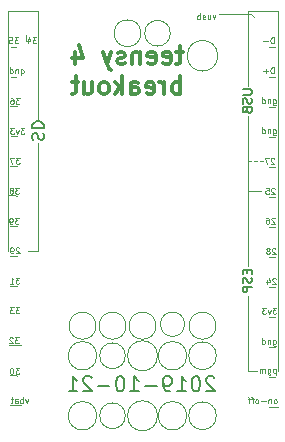
<source format=gbo>
G04 #@! TF.GenerationSoftware,KiCad,Pcbnew,(5.1.10)-1*
G04 #@! TF.CreationDate,2022-03-14T22:22:12+09:00*
G04 #@! TF.ProjectId,teensy4_header_breakout,7465656e-7379-4345-9f68-65616465725f,rev?*
G04 #@! TF.SameCoordinates,Original*
G04 #@! TF.FileFunction,Legend,Bot*
G04 #@! TF.FilePolarity,Positive*
%FSLAX46Y46*%
G04 Gerber Fmt 4.6, Leading zero omitted, Abs format (unit mm)*
G04 Created by KiCad (PCBNEW (5.1.10)-1) date 2022-03-14 22:22:12*
%MOMM*%
%LPD*%
G01*
G04 APERTURE LIST*
%ADD10C,0.120000*%
%ADD11C,0.076200*%
%ADD12C,0.127000*%
%ADD13C,0.150000*%
%ADD14C,0.203200*%
%ADD15C,0.300000*%
%ADD16C,1.505600*%
%ADD17C,1.405600*%
%ADD18C,0.905600*%
%ADD19O,1.801600X1.801600*%
%ADD20C,1.801600*%
G04 APERTURE END LIST*
D10*
X149809200Y-88061800D02*
X148793200Y-88061800D01*
X149860000Y-93116400D02*
X148793200Y-93116400D01*
X149834600Y-95656400D02*
X148742400Y-95631000D01*
X149885400Y-98221800D02*
X148767800Y-98221800D01*
X149860000Y-100761800D02*
X148793200Y-100761800D01*
X149860000Y-103276400D02*
X148767800Y-103276400D01*
X148717000Y-108331000D02*
X149860000Y-108331000D01*
X148793200Y-110871000D02*
X149860000Y-110896400D01*
X148767800Y-113385600D02*
X149910800Y-113385600D01*
D11*
X150331714Y-112895742D02*
X150210761Y-113234409D01*
X150089809Y-112895742D01*
X149896285Y-113234409D02*
X149896285Y-112726409D01*
X149896285Y-112919933D02*
X149847904Y-112895742D01*
X149751142Y-112895742D01*
X149702761Y-112919933D01*
X149678571Y-112944123D01*
X149654380Y-112992504D01*
X149654380Y-113137647D01*
X149678571Y-113186028D01*
X149702761Y-113210219D01*
X149751142Y-113234409D01*
X149847904Y-113234409D01*
X149896285Y-113210219D01*
X149218952Y-113234409D02*
X149218952Y-112968314D01*
X149243142Y-112919933D01*
X149291523Y-112895742D01*
X149388285Y-112895742D01*
X149436666Y-112919933D01*
X149218952Y-113210219D02*
X149267333Y-113234409D01*
X149388285Y-113234409D01*
X149436666Y-113210219D01*
X149460857Y-113161838D01*
X149460857Y-113113457D01*
X149436666Y-113065076D01*
X149388285Y-113040885D01*
X149267333Y-113040885D01*
X149218952Y-113016695D01*
X149049619Y-112895742D02*
X148856095Y-112895742D01*
X148977047Y-112726409D02*
X148977047Y-113161838D01*
X148952857Y-113210219D01*
X148904476Y-113234409D01*
X148856095Y-113234409D01*
X149585438Y-110262609D02*
X149270961Y-110262609D01*
X149440295Y-110456133D01*
X149367723Y-110456133D01*
X149319342Y-110480323D01*
X149295152Y-110504514D01*
X149270961Y-110552895D01*
X149270961Y-110673847D01*
X149295152Y-110722228D01*
X149319342Y-110746419D01*
X149367723Y-110770609D01*
X149512866Y-110770609D01*
X149561247Y-110746419D01*
X149585438Y-110722228D01*
X148956485Y-110262609D02*
X148908104Y-110262609D01*
X148859723Y-110286800D01*
X148835533Y-110310990D01*
X148811342Y-110359371D01*
X148787152Y-110456133D01*
X148787152Y-110577085D01*
X148811342Y-110673847D01*
X148835533Y-110722228D01*
X148859723Y-110746419D01*
X148908104Y-110770609D01*
X148956485Y-110770609D01*
X149004866Y-110746419D01*
X149029057Y-110722228D01*
X149053247Y-110673847D01*
X149077438Y-110577085D01*
X149077438Y-110456133D01*
X149053247Y-110359371D01*
X149029057Y-110310990D01*
X149004866Y-110286800D01*
X148956485Y-110262609D01*
X149534638Y-107671809D02*
X149220161Y-107671809D01*
X149389495Y-107865333D01*
X149316923Y-107865333D01*
X149268542Y-107889523D01*
X149244352Y-107913714D01*
X149220161Y-107962095D01*
X149220161Y-108083047D01*
X149244352Y-108131428D01*
X149268542Y-108155619D01*
X149316923Y-108179809D01*
X149462066Y-108179809D01*
X149510447Y-108155619D01*
X149534638Y-108131428D01*
X149026638Y-107720190D02*
X149002447Y-107696000D01*
X148954066Y-107671809D01*
X148833114Y-107671809D01*
X148784733Y-107696000D01*
X148760542Y-107720190D01*
X148736352Y-107768571D01*
X148736352Y-107816952D01*
X148760542Y-107889523D01*
X149050828Y-108179809D01*
X148736352Y-108179809D01*
X149585438Y-105131809D02*
X149270961Y-105131809D01*
X149440295Y-105325333D01*
X149367723Y-105325333D01*
X149319342Y-105349523D01*
X149295152Y-105373714D01*
X149270961Y-105422095D01*
X149270961Y-105543047D01*
X149295152Y-105591428D01*
X149319342Y-105615619D01*
X149367723Y-105639809D01*
X149512866Y-105639809D01*
X149561247Y-105615619D01*
X149585438Y-105591428D01*
X149101628Y-105131809D02*
X148787152Y-105131809D01*
X148956485Y-105325333D01*
X148883914Y-105325333D01*
X148835533Y-105349523D01*
X148811342Y-105373714D01*
X148787152Y-105422095D01*
X148787152Y-105543047D01*
X148811342Y-105591428D01*
X148835533Y-105615619D01*
X148883914Y-105639809D01*
X149029057Y-105639809D01*
X149077438Y-105615619D01*
X149101628Y-105591428D01*
X149585438Y-102617209D02*
X149270961Y-102617209D01*
X149440295Y-102810733D01*
X149367723Y-102810733D01*
X149319342Y-102834923D01*
X149295152Y-102859114D01*
X149270961Y-102907495D01*
X149270961Y-103028447D01*
X149295152Y-103076828D01*
X149319342Y-103101019D01*
X149367723Y-103125209D01*
X149512866Y-103125209D01*
X149561247Y-103101019D01*
X149585438Y-103076828D01*
X148787152Y-103125209D02*
X149077438Y-103125209D01*
X148932295Y-103125209D02*
X148932295Y-102617209D01*
X148980676Y-102689780D01*
X149029057Y-102738161D01*
X149077438Y-102762352D01*
X149586647Y-100100190D02*
X149562457Y-100076000D01*
X149514076Y-100051809D01*
X149393123Y-100051809D01*
X149344742Y-100076000D01*
X149320552Y-100100190D01*
X149296361Y-100148571D01*
X149296361Y-100196952D01*
X149320552Y-100269523D01*
X149610838Y-100559809D01*
X149296361Y-100559809D01*
X149054457Y-100559809D02*
X148957695Y-100559809D01*
X148909314Y-100535619D01*
X148885123Y-100511428D01*
X148836742Y-100438857D01*
X148812552Y-100342095D01*
X148812552Y-100148571D01*
X148836742Y-100100190D01*
X148860933Y-100076000D01*
X148909314Y-100051809D01*
X149006076Y-100051809D01*
X149054457Y-100076000D01*
X149078647Y-100100190D01*
X149102838Y-100148571D01*
X149102838Y-100269523D01*
X149078647Y-100317904D01*
X149054457Y-100342095D01*
X149006076Y-100366285D01*
X148909314Y-100366285D01*
X148860933Y-100342095D01*
X148836742Y-100317904D01*
X148812552Y-100269523D01*
X149534638Y-97562609D02*
X149220161Y-97562609D01*
X149389495Y-97756133D01*
X149316923Y-97756133D01*
X149268542Y-97780323D01*
X149244352Y-97804514D01*
X149220161Y-97852895D01*
X149220161Y-97973847D01*
X149244352Y-98022228D01*
X149268542Y-98046419D01*
X149316923Y-98070609D01*
X149462066Y-98070609D01*
X149510447Y-98046419D01*
X149534638Y-98022228D01*
X148978257Y-98070609D02*
X148881495Y-98070609D01*
X148833114Y-98046419D01*
X148808923Y-98022228D01*
X148760542Y-97949657D01*
X148736352Y-97852895D01*
X148736352Y-97659371D01*
X148760542Y-97610990D01*
X148784733Y-97586800D01*
X148833114Y-97562609D01*
X148929876Y-97562609D01*
X148978257Y-97586800D01*
X149002447Y-97610990D01*
X149026638Y-97659371D01*
X149026638Y-97780323D01*
X149002447Y-97828704D01*
X148978257Y-97852895D01*
X148929876Y-97877085D01*
X148833114Y-97877085D01*
X148784733Y-97852895D01*
X148760542Y-97828704D01*
X148736352Y-97780323D01*
X149560038Y-94997209D02*
X149245561Y-94997209D01*
X149414895Y-95190733D01*
X149342323Y-95190733D01*
X149293942Y-95214923D01*
X149269752Y-95239114D01*
X149245561Y-95287495D01*
X149245561Y-95408447D01*
X149269752Y-95456828D01*
X149293942Y-95481019D01*
X149342323Y-95505209D01*
X149487466Y-95505209D01*
X149535847Y-95481019D01*
X149560038Y-95456828D01*
X148955276Y-95214923D02*
X149003657Y-95190733D01*
X149027847Y-95166542D01*
X149052038Y-95118161D01*
X149052038Y-95093971D01*
X149027847Y-95045590D01*
X149003657Y-95021400D01*
X148955276Y-94997209D01*
X148858514Y-94997209D01*
X148810133Y-95021400D01*
X148785942Y-95045590D01*
X148761752Y-95093971D01*
X148761752Y-95118161D01*
X148785942Y-95166542D01*
X148810133Y-95190733D01*
X148858514Y-95214923D01*
X148955276Y-95214923D01*
X149003657Y-95239114D01*
X149027847Y-95263304D01*
X149052038Y-95311685D01*
X149052038Y-95408447D01*
X149027847Y-95456828D01*
X149003657Y-95481019D01*
X148955276Y-95505209D01*
X148858514Y-95505209D01*
X148810133Y-95481019D01*
X148785942Y-95456828D01*
X148761752Y-95408447D01*
X148761752Y-95311685D01*
X148785942Y-95263304D01*
X148810133Y-95239114D01*
X148858514Y-95214923D01*
X149610838Y-92457209D02*
X149296361Y-92457209D01*
X149465695Y-92650733D01*
X149393123Y-92650733D01*
X149344742Y-92674923D01*
X149320552Y-92699114D01*
X149296361Y-92747495D01*
X149296361Y-92868447D01*
X149320552Y-92916828D01*
X149344742Y-92941019D01*
X149393123Y-92965209D01*
X149538266Y-92965209D01*
X149586647Y-92941019D01*
X149610838Y-92916828D01*
X149127028Y-92457209D02*
X148788361Y-92457209D01*
X149006076Y-92965209D01*
D10*
X149860000Y-90627200D02*
X148844000Y-90627200D01*
D11*
X150007561Y-89942609D02*
X149693085Y-89942609D01*
X149862419Y-90136133D01*
X149789847Y-90136133D01*
X149741466Y-90160323D01*
X149717276Y-90184514D01*
X149693085Y-90232895D01*
X149693085Y-90353847D01*
X149717276Y-90402228D01*
X149741466Y-90426419D01*
X149789847Y-90450609D01*
X149934990Y-90450609D01*
X149983371Y-90426419D01*
X150007561Y-90402228D01*
X149523752Y-90111942D02*
X149402800Y-90450609D01*
X149281847Y-90111942D01*
X149136704Y-89942609D02*
X148822228Y-89942609D01*
X148991561Y-90136133D01*
X148918990Y-90136133D01*
X148870609Y-90160323D01*
X148846419Y-90184514D01*
X148822228Y-90232895D01*
X148822228Y-90353847D01*
X148846419Y-90402228D01*
X148870609Y-90426419D01*
X148918990Y-90450609D01*
X149064133Y-90450609D01*
X149112514Y-90426419D01*
X149136704Y-90402228D01*
X149610838Y-87402609D02*
X149296361Y-87402609D01*
X149465695Y-87596133D01*
X149393123Y-87596133D01*
X149344742Y-87620323D01*
X149320552Y-87644514D01*
X149296361Y-87692895D01*
X149296361Y-87813847D01*
X149320552Y-87862228D01*
X149344742Y-87886419D01*
X149393123Y-87910609D01*
X149538266Y-87910609D01*
X149586647Y-87886419D01*
X149610838Y-87862228D01*
X148860933Y-87402609D02*
X148957695Y-87402609D01*
X149006076Y-87426800D01*
X149030266Y-87450990D01*
X149078647Y-87523561D01*
X149102838Y-87620323D01*
X149102838Y-87813847D01*
X149078647Y-87862228D01*
X149054457Y-87886419D01*
X149006076Y-87910609D01*
X148909314Y-87910609D01*
X148860933Y-87886419D01*
X148836742Y-87862228D01*
X148812552Y-87813847D01*
X148812552Y-87692895D01*
X148836742Y-87644514D01*
X148860933Y-87620323D01*
X148909314Y-87596133D01*
X149006076Y-87596133D01*
X149054457Y-87620323D01*
X149078647Y-87644514D01*
X149102838Y-87692895D01*
D10*
X148844000Y-85598000D02*
X149860000Y-85598000D01*
X150114000Y-82550000D02*
X150114000Y-81788000D01*
X148844000Y-83058000D02*
X149860000Y-83058000D01*
D11*
X151033238Y-82271809D02*
X150718761Y-82271809D01*
X150888095Y-82465333D01*
X150815523Y-82465333D01*
X150767142Y-82489523D01*
X150742952Y-82513714D01*
X150718761Y-82562095D01*
X150718761Y-82683047D01*
X150742952Y-82731428D01*
X150767142Y-82755619D01*
X150815523Y-82779809D01*
X150960666Y-82779809D01*
X151009047Y-82755619D01*
X151033238Y-82731428D01*
X150283333Y-82441142D02*
X150283333Y-82779809D01*
X150404285Y-82247619D02*
X150525238Y-82610476D01*
X150210761Y-82610476D01*
X149509238Y-82271809D02*
X149194761Y-82271809D01*
X149364095Y-82465333D01*
X149291523Y-82465333D01*
X149243142Y-82489523D01*
X149218952Y-82513714D01*
X149194761Y-82562095D01*
X149194761Y-82683047D01*
X149218952Y-82731428D01*
X149243142Y-82755619D01*
X149291523Y-82779809D01*
X149436666Y-82779809D01*
X149485047Y-82755619D01*
X149509238Y-82731428D01*
X148735142Y-82271809D02*
X148977047Y-82271809D01*
X149001238Y-82513714D01*
X148977047Y-82489523D01*
X148928666Y-82465333D01*
X148807714Y-82465333D01*
X148759333Y-82489523D01*
X148735142Y-82513714D01*
X148710952Y-82562095D01*
X148710952Y-82683047D01*
X148735142Y-82731428D01*
X148759333Y-82755619D01*
X148807714Y-82779809D01*
X148928666Y-82779809D01*
X148977047Y-82755619D01*
X149001238Y-82731428D01*
X149702761Y-84981142D02*
X149702761Y-85392380D01*
X149726952Y-85440761D01*
X149751142Y-85464952D01*
X149799523Y-85489142D01*
X149872095Y-85489142D01*
X149920476Y-85464952D01*
X149702761Y-85295619D02*
X149751142Y-85319809D01*
X149847904Y-85319809D01*
X149896285Y-85295619D01*
X149920476Y-85271428D01*
X149944666Y-85223047D01*
X149944666Y-85077904D01*
X149920476Y-85029523D01*
X149896285Y-85005333D01*
X149847904Y-84981142D01*
X149751142Y-84981142D01*
X149702761Y-85005333D01*
X149460857Y-84981142D02*
X149460857Y-85319809D01*
X149460857Y-85029523D02*
X149436666Y-85005333D01*
X149388285Y-84981142D01*
X149315714Y-84981142D01*
X149267333Y-85005333D01*
X149243142Y-85053714D01*
X149243142Y-85319809D01*
X148783523Y-85319809D02*
X148783523Y-84811809D01*
X148783523Y-85295619D02*
X148831904Y-85319809D01*
X148928666Y-85319809D01*
X148977047Y-85295619D01*
X149001238Y-85271428D01*
X149025428Y-85223047D01*
X149025428Y-85077904D01*
X149001238Y-85029523D01*
X148977047Y-85005333D01*
X148928666Y-84981142D01*
X148831904Y-84981142D01*
X148783523Y-85005333D01*
D10*
X169164000Y-80264000D02*
X169672000Y-80772000D01*
X166497000Y-80264000D02*
X169164000Y-80264000D01*
X171196000Y-108458000D02*
X170180000Y-108458000D01*
X171450000Y-113538000D02*
X170688000Y-113538000D01*
X171196000Y-110998000D02*
X170180000Y-110998000D01*
X171196000Y-105918000D02*
X170180000Y-105918000D01*
X171196000Y-103378000D02*
X170180000Y-103378000D01*
X171196000Y-100838000D02*
X170180000Y-100838000D01*
X171196000Y-98298000D02*
X170180000Y-98298000D01*
X171196000Y-95758000D02*
X170180000Y-95758000D01*
X171196000Y-93218000D02*
X170180000Y-93218000D01*
X171196000Y-90678000D02*
X170180000Y-90678000D01*
X171196000Y-88138000D02*
X170180000Y-88138000D01*
X171196000Y-85598000D02*
X170180000Y-85598000D01*
X171196000Y-83058000D02*
X170180000Y-83058000D01*
D11*
X166190990Y-80409142D02*
X166070038Y-80747809D01*
X165949085Y-80409142D01*
X165537847Y-80409142D02*
X165537847Y-80747809D01*
X165755561Y-80409142D02*
X165755561Y-80675238D01*
X165731371Y-80723619D01*
X165682990Y-80747809D01*
X165610419Y-80747809D01*
X165562038Y-80723619D01*
X165537847Y-80699428D01*
X165320133Y-80723619D02*
X165271752Y-80747809D01*
X165174990Y-80747809D01*
X165126609Y-80723619D01*
X165102419Y-80675238D01*
X165102419Y-80651047D01*
X165126609Y-80602666D01*
X165174990Y-80578476D01*
X165247561Y-80578476D01*
X165295942Y-80554285D01*
X165320133Y-80505904D01*
X165320133Y-80481714D01*
X165295942Y-80433333D01*
X165247561Y-80409142D01*
X165174990Y-80409142D01*
X165126609Y-80433333D01*
X164884704Y-80747809D02*
X164884704Y-80239809D01*
X164884704Y-80433333D02*
X164836323Y-80409142D01*
X164739561Y-80409142D01*
X164691180Y-80433333D01*
X164666990Y-80457523D01*
X164642800Y-80505904D01*
X164642800Y-80651047D01*
X164666990Y-80699428D01*
X164691180Y-80723619D01*
X164739561Y-80747809D01*
X164836323Y-80747809D01*
X164884704Y-80723619D01*
X171135523Y-82779809D02*
X171135523Y-82271809D01*
X171014571Y-82271809D01*
X170942000Y-82296000D01*
X170893619Y-82344380D01*
X170869428Y-82392761D01*
X170845238Y-82489523D01*
X170845238Y-82562095D01*
X170869428Y-82658857D01*
X170893619Y-82707238D01*
X170942000Y-82755619D01*
X171014571Y-82779809D01*
X171135523Y-82779809D01*
X170627523Y-82586285D02*
X170240476Y-82586285D01*
X171135523Y-85319809D02*
X171135523Y-84811809D01*
X171014571Y-84811809D01*
X170942000Y-84836000D01*
X170893619Y-84884380D01*
X170869428Y-84932761D01*
X170845238Y-85029523D01*
X170845238Y-85102095D01*
X170869428Y-85198857D01*
X170893619Y-85247238D01*
X170942000Y-85295619D01*
X171014571Y-85319809D01*
X171135523Y-85319809D01*
X170627523Y-85126285D02*
X170240476Y-85126285D01*
X170434000Y-85319809D02*
X170434000Y-84932761D01*
X171064161Y-90061142D02*
X171064161Y-90472380D01*
X171088352Y-90520761D01*
X171112542Y-90544952D01*
X171160923Y-90569142D01*
X171233495Y-90569142D01*
X171281876Y-90544952D01*
X171064161Y-90375619D02*
X171112542Y-90399809D01*
X171209304Y-90399809D01*
X171257685Y-90375619D01*
X171281876Y-90351428D01*
X171306066Y-90303047D01*
X171306066Y-90157904D01*
X171281876Y-90109523D01*
X171257685Y-90085333D01*
X171209304Y-90061142D01*
X171112542Y-90061142D01*
X171064161Y-90085333D01*
X170822257Y-90061142D02*
X170822257Y-90399809D01*
X170822257Y-90109523D02*
X170798066Y-90085333D01*
X170749685Y-90061142D01*
X170677114Y-90061142D01*
X170628733Y-90085333D01*
X170604542Y-90133714D01*
X170604542Y-90399809D01*
X170144923Y-90399809D02*
X170144923Y-89891809D01*
X170144923Y-90375619D02*
X170193304Y-90399809D01*
X170290066Y-90399809D01*
X170338447Y-90375619D01*
X170362638Y-90351428D01*
X170386828Y-90303047D01*
X170386828Y-90157904D01*
X170362638Y-90109523D01*
X170338447Y-90085333D01*
X170290066Y-90061142D01*
X170193304Y-90061142D01*
X170144923Y-90085333D01*
X171064161Y-87521142D02*
X171064161Y-87932380D01*
X171088352Y-87980761D01*
X171112542Y-88004952D01*
X171160923Y-88029142D01*
X171233495Y-88029142D01*
X171281876Y-88004952D01*
X171064161Y-87835619D02*
X171112542Y-87859809D01*
X171209304Y-87859809D01*
X171257685Y-87835619D01*
X171281876Y-87811428D01*
X171306066Y-87763047D01*
X171306066Y-87617904D01*
X171281876Y-87569523D01*
X171257685Y-87545333D01*
X171209304Y-87521142D01*
X171112542Y-87521142D01*
X171064161Y-87545333D01*
X170822257Y-87521142D02*
X170822257Y-87859809D01*
X170822257Y-87569523D02*
X170798066Y-87545333D01*
X170749685Y-87521142D01*
X170677114Y-87521142D01*
X170628733Y-87545333D01*
X170604542Y-87593714D01*
X170604542Y-87859809D01*
X170144923Y-87859809D02*
X170144923Y-87351809D01*
X170144923Y-87835619D02*
X170193304Y-87859809D01*
X170290066Y-87859809D01*
X170338447Y-87835619D01*
X170362638Y-87811428D01*
X170386828Y-87763047D01*
X170386828Y-87617904D01*
X170362638Y-87569523D01*
X170338447Y-87545333D01*
X170290066Y-87521142D01*
X170193304Y-87521142D01*
X170144923Y-87545333D01*
X171280666Y-113259809D02*
X171329047Y-113235619D01*
X171353238Y-113211428D01*
X171377428Y-113163047D01*
X171377428Y-113017904D01*
X171353238Y-112969523D01*
X171329047Y-112945333D01*
X171280666Y-112921142D01*
X171208095Y-112921142D01*
X171159714Y-112945333D01*
X171135523Y-112969523D01*
X171111333Y-113017904D01*
X171111333Y-113163047D01*
X171135523Y-113211428D01*
X171159714Y-113235619D01*
X171208095Y-113259809D01*
X171280666Y-113259809D01*
X170893619Y-112921142D02*
X170893619Y-113259809D01*
X170893619Y-112969523D02*
X170869428Y-112945333D01*
X170821047Y-112921142D01*
X170748476Y-112921142D01*
X170700095Y-112945333D01*
X170675904Y-112993714D01*
X170675904Y-113259809D01*
X170434000Y-113066285D02*
X170046952Y-113066285D01*
X169732476Y-113259809D02*
X169780857Y-113235619D01*
X169805047Y-113211428D01*
X169829238Y-113163047D01*
X169829238Y-113017904D01*
X169805047Y-112969523D01*
X169780857Y-112945333D01*
X169732476Y-112921142D01*
X169659904Y-112921142D01*
X169611523Y-112945333D01*
X169587333Y-112969523D01*
X169563142Y-113017904D01*
X169563142Y-113163047D01*
X169587333Y-113211428D01*
X169611523Y-113235619D01*
X169659904Y-113259809D01*
X169732476Y-113259809D01*
X169418000Y-112921142D02*
X169224476Y-112921142D01*
X169345428Y-113259809D02*
X169345428Y-112824380D01*
X169321238Y-112776000D01*
X169272857Y-112751809D01*
X169224476Y-112751809D01*
X169127714Y-112921142D02*
X168934190Y-112921142D01*
X169055142Y-113259809D02*
X169055142Y-112824380D01*
X169030952Y-112776000D01*
X168982571Y-112751809D01*
X168934190Y-112751809D01*
X171289133Y-110304942D02*
X171289133Y-110812942D01*
X171289133Y-110329133D02*
X171240752Y-110304942D01*
X171143990Y-110304942D01*
X171095609Y-110329133D01*
X171071419Y-110353323D01*
X171047228Y-110401704D01*
X171047228Y-110546847D01*
X171071419Y-110595228D01*
X171095609Y-110619419D01*
X171143990Y-110643609D01*
X171240752Y-110643609D01*
X171289133Y-110619419D01*
X170611800Y-110304942D02*
X170611800Y-110716180D01*
X170635990Y-110764561D01*
X170660180Y-110788752D01*
X170708561Y-110812942D01*
X170781133Y-110812942D01*
X170829514Y-110788752D01*
X170611800Y-110619419D02*
X170660180Y-110643609D01*
X170756942Y-110643609D01*
X170805323Y-110619419D01*
X170829514Y-110595228D01*
X170853704Y-110546847D01*
X170853704Y-110401704D01*
X170829514Y-110353323D01*
X170805323Y-110329133D01*
X170756942Y-110304942D01*
X170660180Y-110304942D01*
X170611800Y-110329133D01*
X170369895Y-110643609D02*
X170369895Y-110304942D01*
X170369895Y-110353323D02*
X170345704Y-110329133D01*
X170297323Y-110304942D01*
X170224752Y-110304942D01*
X170176371Y-110329133D01*
X170152180Y-110377514D01*
X170152180Y-110643609D01*
X170152180Y-110377514D02*
X170127990Y-110329133D01*
X170079609Y-110304942D01*
X170007038Y-110304942D01*
X169958657Y-110329133D01*
X169934466Y-110377514D01*
X169934466Y-110643609D01*
X171064161Y-107891942D02*
X171064161Y-108303180D01*
X171088352Y-108351561D01*
X171112542Y-108375752D01*
X171160923Y-108399942D01*
X171233495Y-108399942D01*
X171281876Y-108375752D01*
X171064161Y-108206419D02*
X171112542Y-108230609D01*
X171209304Y-108230609D01*
X171257685Y-108206419D01*
X171281876Y-108182228D01*
X171306066Y-108133847D01*
X171306066Y-107988704D01*
X171281876Y-107940323D01*
X171257685Y-107916133D01*
X171209304Y-107891942D01*
X171112542Y-107891942D01*
X171064161Y-107916133D01*
X170822257Y-107891942D02*
X170822257Y-108230609D01*
X170822257Y-107940323D02*
X170798066Y-107916133D01*
X170749685Y-107891942D01*
X170677114Y-107891942D01*
X170628733Y-107916133D01*
X170604542Y-107964514D01*
X170604542Y-108230609D01*
X170144923Y-108230609D02*
X170144923Y-107722609D01*
X170144923Y-108206419D02*
X170193304Y-108230609D01*
X170290066Y-108230609D01*
X170338447Y-108206419D01*
X170362638Y-108182228D01*
X170386828Y-108133847D01*
X170386828Y-107988704D01*
X170362638Y-107940323D01*
X170338447Y-107916133D01*
X170290066Y-107891942D01*
X170193304Y-107891942D01*
X170144923Y-107916133D01*
X171343561Y-105157209D02*
X171029085Y-105157209D01*
X171198419Y-105350733D01*
X171125847Y-105350733D01*
X171077466Y-105374923D01*
X171053276Y-105399114D01*
X171029085Y-105447495D01*
X171029085Y-105568447D01*
X171053276Y-105616828D01*
X171077466Y-105641019D01*
X171125847Y-105665209D01*
X171270990Y-105665209D01*
X171319371Y-105641019D01*
X171343561Y-105616828D01*
X170859752Y-105326542D02*
X170738800Y-105665209D01*
X170617847Y-105326542D01*
X170472704Y-105157209D02*
X170158228Y-105157209D01*
X170327561Y-105350733D01*
X170254990Y-105350733D01*
X170206609Y-105374923D01*
X170182419Y-105399114D01*
X170158228Y-105447495D01*
X170158228Y-105568447D01*
X170182419Y-105616828D01*
X170206609Y-105641019D01*
X170254990Y-105665209D01*
X170400133Y-105665209D01*
X170448514Y-105641019D01*
X170472704Y-105616828D01*
X171303647Y-102690990D02*
X171279457Y-102666800D01*
X171231076Y-102642609D01*
X171110123Y-102642609D01*
X171061742Y-102666800D01*
X171037552Y-102690990D01*
X171013361Y-102739371D01*
X171013361Y-102787752D01*
X171037552Y-102860323D01*
X171327838Y-103150609D01*
X171013361Y-103150609D01*
X170577933Y-102811942D02*
X170577933Y-103150609D01*
X170698885Y-102618419D02*
X170819838Y-102981276D01*
X170505361Y-102981276D01*
X171278247Y-100150990D02*
X171254057Y-100126800D01*
X171205676Y-100102609D01*
X171084723Y-100102609D01*
X171036342Y-100126800D01*
X171012152Y-100150990D01*
X170987961Y-100199371D01*
X170987961Y-100247752D01*
X171012152Y-100320323D01*
X171302438Y-100610609D01*
X170987961Y-100610609D01*
X170697676Y-100320323D02*
X170746057Y-100296133D01*
X170770247Y-100271942D01*
X170794438Y-100223561D01*
X170794438Y-100199371D01*
X170770247Y-100150990D01*
X170746057Y-100126800D01*
X170697676Y-100102609D01*
X170600914Y-100102609D01*
X170552533Y-100126800D01*
X170528342Y-100150990D01*
X170504152Y-100199371D01*
X170504152Y-100223561D01*
X170528342Y-100271942D01*
X170552533Y-100296133D01*
X170600914Y-100320323D01*
X170697676Y-100320323D01*
X170746057Y-100344514D01*
X170770247Y-100368704D01*
X170794438Y-100417085D01*
X170794438Y-100513847D01*
X170770247Y-100562228D01*
X170746057Y-100586419D01*
X170697676Y-100610609D01*
X170600914Y-100610609D01*
X170552533Y-100586419D01*
X170528342Y-100562228D01*
X170504152Y-100513847D01*
X170504152Y-100417085D01*
X170528342Y-100368704D01*
X170552533Y-100344514D01*
X170600914Y-100320323D01*
X171227447Y-97585590D02*
X171203257Y-97561400D01*
X171154876Y-97537209D01*
X171033923Y-97537209D01*
X170985542Y-97561400D01*
X170961352Y-97585590D01*
X170937161Y-97633971D01*
X170937161Y-97682352D01*
X170961352Y-97754923D01*
X171251638Y-98045209D01*
X170937161Y-98045209D01*
X170501733Y-97537209D02*
X170598495Y-97537209D01*
X170646876Y-97561400D01*
X170671066Y-97585590D01*
X170719447Y-97658161D01*
X170743638Y-97754923D01*
X170743638Y-97948447D01*
X170719447Y-97996828D01*
X170695257Y-98021019D01*
X170646876Y-98045209D01*
X170550114Y-98045209D01*
X170501733Y-98021019D01*
X170477542Y-97996828D01*
X170453352Y-97948447D01*
X170453352Y-97827495D01*
X170477542Y-97779114D01*
X170501733Y-97754923D01*
X170550114Y-97730733D01*
X170646876Y-97730733D01*
X170695257Y-97754923D01*
X170719447Y-97779114D01*
X170743638Y-97827495D01*
X171202047Y-95070990D02*
X171177857Y-95046800D01*
X171129476Y-95022609D01*
X171008523Y-95022609D01*
X170960142Y-95046800D01*
X170935952Y-95070990D01*
X170911761Y-95119371D01*
X170911761Y-95167752D01*
X170935952Y-95240323D01*
X171226238Y-95530609D01*
X170911761Y-95530609D01*
X170452142Y-95022609D02*
X170694047Y-95022609D01*
X170718238Y-95264514D01*
X170694047Y-95240323D01*
X170645666Y-95216133D01*
X170524714Y-95216133D01*
X170476333Y-95240323D01*
X170452142Y-95264514D01*
X170427952Y-95312895D01*
X170427952Y-95433847D01*
X170452142Y-95482228D01*
X170476333Y-95506419D01*
X170524714Y-95530609D01*
X170645666Y-95530609D01*
X170694047Y-95506419D01*
X170718238Y-95482228D01*
X171151247Y-92530990D02*
X171127057Y-92506800D01*
X171078676Y-92482609D01*
X170957723Y-92482609D01*
X170909342Y-92506800D01*
X170885152Y-92530990D01*
X170860961Y-92579371D01*
X170860961Y-92627752D01*
X170885152Y-92700323D01*
X171175438Y-92990609D01*
X170860961Y-92990609D01*
X170691628Y-92482609D02*
X170352961Y-92482609D01*
X170570676Y-92990609D01*
D10*
X169926000Y-92710000D02*
X170180000Y-92710000D01*
X169418000Y-92710000D02*
X169672000Y-92710000D01*
X168910000Y-92710000D02*
X169164000Y-92710000D01*
X168910000Y-110490000D02*
X168910000Y-104140000D01*
X168910000Y-95250000D02*
X168910000Y-101600000D01*
D12*
X168855571Y-101962857D02*
X168855571Y-102216857D01*
X169254714Y-102325714D02*
X169254714Y-101962857D01*
X168492714Y-101962857D01*
X168492714Y-102325714D01*
X169218428Y-102616000D02*
X169254714Y-102724857D01*
X169254714Y-102906285D01*
X169218428Y-102978857D01*
X169182142Y-103015142D01*
X169109571Y-103051428D01*
X169037000Y-103051428D01*
X168964428Y-103015142D01*
X168928142Y-102978857D01*
X168891857Y-102906285D01*
X168855571Y-102761142D01*
X168819285Y-102688571D01*
X168783000Y-102652285D01*
X168710428Y-102616000D01*
X168637857Y-102616000D01*
X168565285Y-102652285D01*
X168529000Y-102688571D01*
X168492714Y-102761142D01*
X168492714Y-102942571D01*
X168529000Y-103051428D01*
X169254714Y-103378000D02*
X168492714Y-103378000D01*
X168492714Y-103668285D01*
X168529000Y-103740857D01*
X168565285Y-103777142D01*
X168637857Y-103813428D01*
X168746714Y-103813428D01*
X168819285Y-103777142D01*
X168855571Y-103740857D01*
X168891857Y-103668285D01*
X168891857Y-103378000D01*
D10*
X171450000Y-110490000D02*
X171450000Y-95250000D01*
X168910000Y-110490000D02*
X169722800Y-110490000D01*
X168910000Y-88900000D02*
X168910000Y-95250000D01*
X168910000Y-80010000D02*
X168910000Y-86360000D01*
D12*
X168492714Y-86668428D02*
X169109571Y-86668428D01*
X169182142Y-86704714D01*
X169218428Y-86741000D01*
X169254714Y-86813571D01*
X169254714Y-86958714D01*
X169218428Y-87031285D01*
X169182142Y-87067571D01*
X169109571Y-87103857D01*
X168492714Y-87103857D01*
X169218428Y-87430428D02*
X169254714Y-87539285D01*
X169254714Y-87720714D01*
X169218428Y-87793285D01*
X169182142Y-87829571D01*
X169109571Y-87865857D01*
X169037000Y-87865857D01*
X168964428Y-87829571D01*
X168928142Y-87793285D01*
X168891857Y-87720714D01*
X168855571Y-87575571D01*
X168819285Y-87503000D01*
X168783000Y-87466714D01*
X168710428Y-87430428D01*
X168637857Y-87430428D01*
X168565285Y-87466714D01*
X168529000Y-87503000D01*
X168492714Y-87575571D01*
X168492714Y-87757000D01*
X168529000Y-87865857D01*
X168855571Y-88446428D02*
X168891857Y-88555285D01*
X168928142Y-88591571D01*
X169000714Y-88627857D01*
X169109571Y-88627857D01*
X169182142Y-88591571D01*
X169218428Y-88555285D01*
X169254714Y-88482714D01*
X169254714Y-88192428D01*
X168492714Y-88192428D01*
X168492714Y-88446428D01*
X168529000Y-88519000D01*
X168565285Y-88555285D01*
X168637857Y-88591571D01*
X168710428Y-88591571D01*
X168783000Y-88555285D01*
X168819285Y-88519000D01*
X168855571Y-88446428D01*
X168855571Y-88192428D01*
D10*
X151130000Y-100330000D02*
X151130000Y-91186000D01*
X150876000Y-100330000D02*
X151130000Y-100330000D01*
X151130000Y-80010000D02*
X151130000Y-89154000D01*
D13*
X150725238Y-90955714D02*
X150677619Y-90812857D01*
X150677619Y-90574761D01*
X150725238Y-90479523D01*
X150772857Y-90431904D01*
X150868095Y-90384285D01*
X150963333Y-90384285D01*
X151058571Y-90431904D01*
X151106190Y-90479523D01*
X151153809Y-90574761D01*
X151201428Y-90765238D01*
X151249047Y-90860476D01*
X151296666Y-90908095D01*
X151391904Y-90955714D01*
X151487142Y-90955714D01*
X151582380Y-90908095D01*
X151630000Y-90860476D01*
X151677619Y-90765238D01*
X151677619Y-90527142D01*
X151630000Y-90384285D01*
X150677619Y-89955714D02*
X151677619Y-89955714D01*
X151677619Y-89717619D01*
X151630000Y-89574761D01*
X151534761Y-89479523D01*
X151439523Y-89431904D01*
X151249047Y-89384285D01*
X151106190Y-89384285D01*
X150915714Y-89431904D01*
X150820476Y-89479523D01*
X150725238Y-89574761D01*
X150677619Y-89717619D01*
X150677619Y-89955714D01*
D10*
X170078400Y-95250000D02*
X168910000Y-95250000D01*
X171450000Y-80010000D02*
X171450000Y-95250000D01*
X168910000Y-80010000D02*
X171450000Y-80010000D01*
X148590000Y-80010000D02*
X151130000Y-80010000D01*
X148590000Y-100330000D02*
X148590000Y-80010000D01*
X150876000Y-100330000D02*
X150317200Y-100330000D01*
X166270882Y-114300000D02*
G75*
G03*
X166270882Y-114300000I-1170882J0D01*
G01*
X163764828Y-114300000D02*
G75*
G03*
X163764828Y-114300000I-1204828J0D01*
G01*
X161290000Y-114300000D02*
G75*
G03*
X161290000Y-114300000I-1270000J0D01*
G01*
X158565088Y-114300000D02*
G75*
G03*
X158565088Y-114300000I-1085088J0D01*
G01*
X156144828Y-114300000D02*
G75*
G03*
X156144828Y-114300000I-1204828J0D01*
G01*
X156144828Y-109220000D02*
G75*
G03*
X156144828Y-109220000I-1204828J0D01*
G01*
X158565088Y-109220000D02*
G75*
G03*
X158565088Y-109220000I-1085088J0D01*
G01*
X161290000Y-109220000D02*
G75*
G03*
X161290000Y-109220000I-1270000J0D01*
G01*
X163764828Y-109220000D02*
G75*
G03*
X163764828Y-109220000I-1204828J0D01*
G01*
X166270882Y-109220000D02*
G75*
G03*
X166270882Y-109220000I-1170882J0D01*
G01*
X166243000Y-106680000D02*
G75*
G03*
X166243000Y-106680000I-1143000J0D01*
G01*
X163583907Y-106553000D02*
G75*
G03*
X163583907Y-106553000I-1023907J0D01*
G01*
X161163000Y-106680000D02*
G75*
G03*
X161163000Y-106680000I-1143000J0D01*
G01*
X158623000Y-106680000D02*
G75*
G03*
X158623000Y-106680000I-1143000J0D01*
G01*
X156083000Y-106680000D02*
G75*
G03*
X156083000Y-106680000I-1143000J0D01*
G01*
X159885923Y-81915000D02*
G75*
G03*
X159885923Y-81915000I-1135923J0D01*
G01*
X162375088Y-81915000D02*
G75*
G03*
X162375088Y-81915000I-1085088J0D01*
G01*
X166395151Y-83820000D02*
G75*
G03*
X166395151Y-83820000I-1295151J0D01*
G01*
D14*
X166112371Y-111083876D02*
X166051895Y-111023400D01*
X165930942Y-110962923D01*
X165628561Y-110962923D01*
X165507609Y-111023400D01*
X165447133Y-111083876D01*
X165386657Y-111204828D01*
X165386657Y-111325780D01*
X165447133Y-111507209D01*
X166172847Y-112232923D01*
X165386657Y-112232923D01*
X164600466Y-110962923D02*
X164479514Y-110962923D01*
X164358561Y-111023400D01*
X164298085Y-111083876D01*
X164237609Y-111204828D01*
X164177133Y-111446733D01*
X164177133Y-111749114D01*
X164237609Y-111991019D01*
X164298085Y-112111971D01*
X164358561Y-112172447D01*
X164479514Y-112232923D01*
X164600466Y-112232923D01*
X164721419Y-112172447D01*
X164781895Y-112111971D01*
X164842371Y-111991019D01*
X164902847Y-111749114D01*
X164902847Y-111446733D01*
X164842371Y-111204828D01*
X164781895Y-111083876D01*
X164721419Y-111023400D01*
X164600466Y-110962923D01*
X162967609Y-112232923D02*
X163693323Y-112232923D01*
X163330466Y-112232923D02*
X163330466Y-110962923D01*
X163451419Y-111144352D01*
X163572371Y-111265304D01*
X163693323Y-111325780D01*
X162362847Y-112232923D02*
X162120942Y-112232923D01*
X161999990Y-112172447D01*
X161939514Y-112111971D01*
X161818561Y-111930542D01*
X161758085Y-111688638D01*
X161758085Y-111204828D01*
X161818561Y-111083876D01*
X161879038Y-111023400D01*
X161999990Y-110962923D01*
X162241895Y-110962923D01*
X162362847Y-111023400D01*
X162423323Y-111083876D01*
X162483800Y-111204828D01*
X162483800Y-111507209D01*
X162423323Y-111628161D01*
X162362847Y-111688638D01*
X162241895Y-111749114D01*
X161999990Y-111749114D01*
X161879038Y-111688638D01*
X161818561Y-111628161D01*
X161758085Y-111507209D01*
X161213800Y-111749114D02*
X160246180Y-111749114D01*
X158976180Y-112232923D02*
X159701895Y-112232923D01*
X159339038Y-112232923D02*
X159339038Y-110962923D01*
X159459990Y-111144352D01*
X159580942Y-111265304D01*
X159701895Y-111325780D01*
X158189990Y-110962923D02*
X158069038Y-110962923D01*
X157948085Y-111023400D01*
X157887609Y-111083876D01*
X157827133Y-111204828D01*
X157766657Y-111446733D01*
X157766657Y-111749114D01*
X157827133Y-111991019D01*
X157887609Y-112111971D01*
X157948085Y-112172447D01*
X158069038Y-112232923D01*
X158189990Y-112232923D01*
X158310942Y-112172447D01*
X158371419Y-112111971D01*
X158431895Y-111991019D01*
X158492371Y-111749114D01*
X158492371Y-111446733D01*
X158431895Y-111204828D01*
X158371419Y-111083876D01*
X158310942Y-111023400D01*
X158189990Y-110962923D01*
X157222371Y-111749114D02*
X156254752Y-111749114D01*
X155710466Y-111083876D02*
X155649990Y-111023400D01*
X155529038Y-110962923D01*
X155226657Y-110962923D01*
X155105704Y-111023400D01*
X155045228Y-111083876D01*
X154984752Y-111204828D01*
X154984752Y-111325780D01*
X155045228Y-111507209D01*
X155770942Y-112232923D01*
X154984752Y-112232923D01*
X153775228Y-112232923D02*
X154500942Y-112232923D01*
X154138085Y-112232923D02*
X154138085Y-110962923D01*
X154259038Y-111144352D01*
X154379990Y-111265304D01*
X154500942Y-111325780D01*
D15*
X163438885Y-83518971D02*
X162867457Y-83518971D01*
X163224600Y-83018971D02*
X163224600Y-84304685D01*
X163153171Y-84447542D01*
X163010314Y-84518971D01*
X162867457Y-84518971D01*
X161796028Y-84447542D02*
X161938885Y-84518971D01*
X162224600Y-84518971D01*
X162367457Y-84447542D01*
X162438885Y-84304685D01*
X162438885Y-83733257D01*
X162367457Y-83590400D01*
X162224600Y-83518971D01*
X161938885Y-83518971D01*
X161796028Y-83590400D01*
X161724600Y-83733257D01*
X161724600Y-83876114D01*
X162438885Y-84018971D01*
X160510314Y-84447542D02*
X160653171Y-84518971D01*
X160938885Y-84518971D01*
X161081742Y-84447542D01*
X161153171Y-84304685D01*
X161153171Y-83733257D01*
X161081742Y-83590400D01*
X160938885Y-83518971D01*
X160653171Y-83518971D01*
X160510314Y-83590400D01*
X160438885Y-83733257D01*
X160438885Y-83876114D01*
X161153171Y-84018971D01*
X159796028Y-83518971D02*
X159796028Y-84518971D01*
X159796028Y-83661828D02*
X159724600Y-83590400D01*
X159581742Y-83518971D01*
X159367457Y-83518971D01*
X159224600Y-83590400D01*
X159153171Y-83733257D01*
X159153171Y-84518971D01*
X158510314Y-84447542D02*
X158367457Y-84518971D01*
X158081742Y-84518971D01*
X157938885Y-84447542D01*
X157867457Y-84304685D01*
X157867457Y-84233257D01*
X157938885Y-84090400D01*
X158081742Y-84018971D01*
X158296028Y-84018971D01*
X158438885Y-83947542D01*
X158510314Y-83804685D01*
X158510314Y-83733257D01*
X158438885Y-83590400D01*
X158296028Y-83518971D01*
X158081742Y-83518971D01*
X157938885Y-83590400D01*
X157367457Y-83518971D02*
X157010314Y-84518971D01*
X156653171Y-83518971D02*
X157010314Y-84518971D01*
X157153171Y-84876114D01*
X157224600Y-84947542D01*
X157367457Y-85018971D01*
X154296028Y-83518971D02*
X154296028Y-84518971D01*
X154653171Y-82947542D02*
X155010314Y-84018971D01*
X154081742Y-84018971D01*
X163224600Y-87068971D02*
X163224600Y-85568971D01*
X163224600Y-86140400D02*
X163081742Y-86068971D01*
X162796028Y-86068971D01*
X162653171Y-86140400D01*
X162581742Y-86211828D01*
X162510314Y-86354685D01*
X162510314Y-86783257D01*
X162581742Y-86926114D01*
X162653171Y-86997542D01*
X162796028Y-87068971D01*
X163081742Y-87068971D01*
X163224600Y-86997542D01*
X161867457Y-87068971D02*
X161867457Y-86068971D01*
X161867457Y-86354685D02*
X161796028Y-86211828D01*
X161724600Y-86140400D01*
X161581742Y-86068971D01*
X161438885Y-86068971D01*
X160367457Y-86997542D02*
X160510314Y-87068971D01*
X160796028Y-87068971D01*
X160938885Y-86997542D01*
X161010314Y-86854685D01*
X161010314Y-86283257D01*
X160938885Y-86140400D01*
X160796028Y-86068971D01*
X160510314Y-86068971D01*
X160367457Y-86140400D01*
X160296028Y-86283257D01*
X160296028Y-86426114D01*
X161010314Y-86568971D01*
X159010314Y-87068971D02*
X159010314Y-86283257D01*
X159081742Y-86140400D01*
X159224600Y-86068971D01*
X159510314Y-86068971D01*
X159653171Y-86140400D01*
X159010314Y-86997542D02*
X159153171Y-87068971D01*
X159510314Y-87068971D01*
X159653171Y-86997542D01*
X159724600Y-86854685D01*
X159724600Y-86711828D01*
X159653171Y-86568971D01*
X159510314Y-86497542D01*
X159153171Y-86497542D01*
X159010314Y-86426114D01*
X158296028Y-87068971D02*
X158296028Y-85568971D01*
X158153171Y-86497542D02*
X157724600Y-87068971D01*
X157724600Y-86068971D02*
X158296028Y-86640400D01*
X156867457Y-87068971D02*
X157010314Y-86997542D01*
X157081742Y-86926114D01*
X157153171Y-86783257D01*
X157153171Y-86354685D01*
X157081742Y-86211828D01*
X157010314Y-86140400D01*
X156867457Y-86068971D01*
X156653171Y-86068971D01*
X156510314Y-86140400D01*
X156438885Y-86211828D01*
X156367457Y-86354685D01*
X156367457Y-86783257D01*
X156438885Y-86926114D01*
X156510314Y-86997542D01*
X156653171Y-87068971D01*
X156867457Y-87068971D01*
X155081742Y-86068971D02*
X155081742Y-87068971D01*
X155724600Y-86068971D02*
X155724600Y-86854685D01*
X155653171Y-86997542D01*
X155510314Y-87068971D01*
X155296028Y-87068971D01*
X155153171Y-86997542D01*
X155081742Y-86926114D01*
X154581742Y-86068971D02*
X154010314Y-86068971D01*
X154367457Y-85568971D02*
X154367457Y-86854685D01*
X154296028Y-86997542D01*
X154153171Y-87068971D01*
X154010314Y-87068971D01*
%LPC*%
D16*
X152400000Y-111760000D03*
X167640000Y-81280000D03*
X165100000Y-83820000D03*
X167640000Y-83820000D03*
X167640000Y-86360000D03*
X167640000Y-88900000D03*
X167640000Y-91440000D03*
X167640000Y-93980000D03*
X167640000Y-96520000D03*
X167640000Y-99060000D03*
X167640000Y-101600000D03*
X167640000Y-104140000D03*
X167640000Y-106680000D03*
X167640000Y-109220000D03*
X167640000Y-111760000D03*
X167640000Y-114300000D03*
X165100000Y-114300000D03*
X162560000Y-114300000D03*
X160020000Y-114300000D03*
X157480000Y-114300000D03*
X154940000Y-114300000D03*
X152400000Y-114300000D03*
X152400000Y-109220000D03*
X152400000Y-106680000D03*
X152400000Y-104140000D03*
X152400000Y-101600000D03*
X152400000Y-99060000D03*
X152400000Y-96520000D03*
X152400000Y-93980000D03*
X152400000Y-91440000D03*
X152400000Y-88900000D03*
X152400000Y-86360000D03*
D17*
X158750000Y-81915000D03*
X161290000Y-81915000D03*
D18*
X156520000Y-88418400D03*
X157520000Y-88418400D03*
X158520000Y-88418400D03*
X159520000Y-88418400D03*
X160520000Y-88418400D03*
X161520000Y-88418400D03*
X162520000Y-88418400D03*
X163520000Y-88418400D03*
D17*
X154940000Y-106680000D03*
X154940000Y-109220000D03*
X157480000Y-106680000D03*
X157480000Y-109220000D03*
X160020000Y-106680000D03*
X160020000Y-109220000D03*
X162560000Y-106680000D03*
X162560000Y-109220000D03*
X165100000Y-106680000D03*
X165100000Y-109220000D03*
D16*
X152400000Y-83820000D03*
X152400000Y-81280000D03*
D19*
X170180000Y-81280000D03*
X170180000Y-83820000D03*
X170180000Y-86360000D03*
X170180000Y-88900000D03*
X170180000Y-91440000D03*
X170180000Y-93980000D03*
X170180000Y-96520000D03*
X170180000Y-99060000D03*
X170180000Y-101600000D03*
X170180000Y-104140000D03*
X170180000Y-106680000D03*
X170180000Y-109220000D03*
X170180000Y-111760000D03*
D20*
X170180000Y-114300000D03*
D19*
X149860000Y-114300000D03*
X149860000Y-111760000D03*
X149860000Y-109220000D03*
X149860000Y-106680000D03*
X149860000Y-104140000D03*
X149860000Y-101600000D03*
X149860000Y-99060000D03*
X149860000Y-96520000D03*
X149860000Y-93980000D03*
X149860000Y-91440000D03*
X149860000Y-88900000D03*
X149860000Y-86360000D03*
X149860000Y-83820000D03*
D20*
X149860000Y-81280000D03*
M02*

</source>
